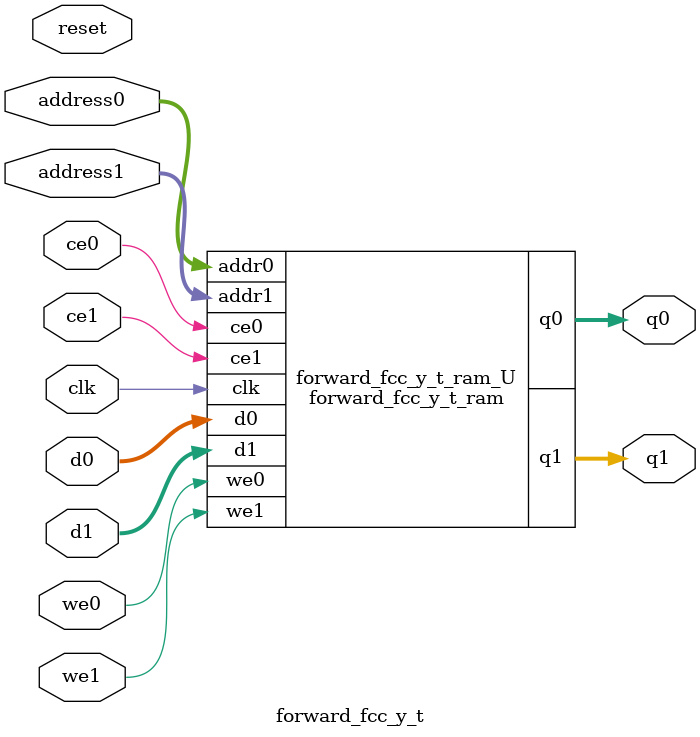
<source format=v>
`timescale 1 ns / 1 ps
module forward_fcc_y_t_ram (addr0, ce0, d0, we0, q0, addr1, ce1, d1, we1, q1,  clk);

parameter DWIDTH = 32;
parameter AWIDTH = 7;
parameter MEM_SIZE = 100;

input[AWIDTH-1:0] addr0;
input ce0;
input[DWIDTH-1:0] d0;
input we0;
output reg[DWIDTH-1:0] q0;
input[AWIDTH-1:0] addr1;
input ce1;
input[DWIDTH-1:0] d1;
input we1;
output reg[DWIDTH-1:0] q1;
input clk;

reg [DWIDTH-1:0] ram[0:MEM_SIZE-1];




always @(posedge clk)  
begin 
    if (ce0) begin
        if (we0) 
            ram[addr0] <= d0; 
        q0 <= ram[addr0];
    end
end


always @(posedge clk)  
begin 
    if (ce1) begin
        if (we1) 
            ram[addr1] <= d1; 
        q1 <= ram[addr1];
    end
end


endmodule

`timescale 1 ns / 1 ps
module forward_fcc_y_t(
    reset,
    clk,
    address0,
    ce0,
    we0,
    d0,
    q0,
    address1,
    ce1,
    we1,
    d1,
    q1);

parameter DataWidth = 32'd32;
parameter AddressRange = 32'd100;
parameter AddressWidth = 32'd7;
input reset;
input clk;
input[AddressWidth - 1:0] address0;
input ce0;
input we0;
input[DataWidth - 1:0] d0;
output[DataWidth - 1:0] q0;
input[AddressWidth - 1:0] address1;
input ce1;
input we1;
input[DataWidth - 1:0] d1;
output[DataWidth - 1:0] q1;



forward_fcc_y_t_ram forward_fcc_y_t_ram_U(
    .clk( clk ),
    .addr0( address0 ),
    .ce0( ce0 ),
    .we0( we0 ),
    .d0( d0 ),
    .q0( q0 ),
    .addr1( address1 ),
    .ce1( ce1 ),
    .we1( we1 ),
    .d1( d1 ),
    .q1( q1 ));

endmodule


</source>
